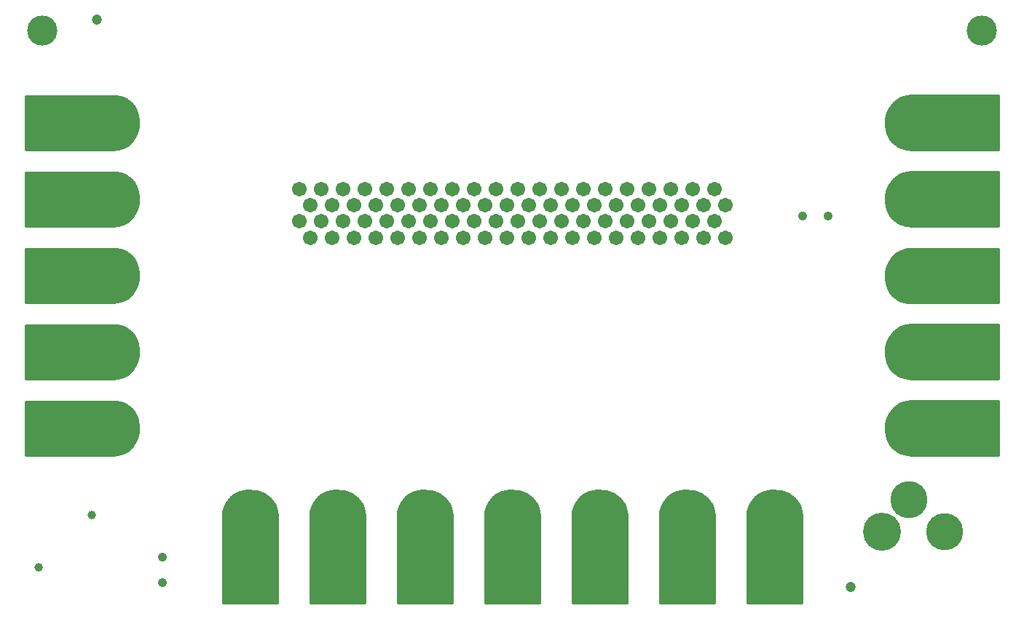
<source format=gbs>
G75*
%MOIN*%
%OFA0B0*%
%FSLAX25Y25*%
%IPPOS*%
%LPD*%
%AMOC8*
5,1,8,0,0,1.08239X$1,22.5*
%
%ADD10C,0.04737*%
%ADD11C,0.06706*%
%ADD12C,0.20800*%
%ADD13C,0.01000*%
%ADD14C,0.03950*%
%ADD15C,0.04146*%
%ADD16C,0.17398*%
%ADD17C,0.17000*%
%ADD18C,0.13800*%
D10*
X0417595Y0316900D03*
X0072595Y0576900D03*
D11*
X0165096Y0499341D03*
X0170096Y0491861D03*
X0175096Y0499341D03*
X0180096Y0491861D03*
X0185096Y0499341D03*
X0190096Y0491861D03*
X0195096Y0499341D03*
X0200096Y0491861D03*
X0205096Y0499341D03*
X0210096Y0491861D03*
X0215096Y0499341D03*
X0220096Y0491861D03*
X0225096Y0499341D03*
X0230096Y0491861D03*
X0235096Y0499341D03*
X0240096Y0491861D03*
X0245096Y0499341D03*
X0250096Y0491861D03*
X0255096Y0499341D03*
X0260096Y0491861D03*
X0265096Y0499341D03*
X0270096Y0491861D03*
X0275096Y0499341D03*
X0280096Y0491861D03*
X0285096Y0499341D03*
X0290096Y0491861D03*
X0295096Y0499341D03*
X0300096Y0491861D03*
X0305096Y0499341D03*
X0310096Y0491861D03*
X0315096Y0499341D03*
X0320096Y0491861D03*
X0325096Y0499341D03*
X0330096Y0491861D03*
X0335096Y0499341D03*
X0340096Y0491861D03*
X0345096Y0499341D03*
X0350096Y0491861D03*
X0355096Y0499341D03*
X0360096Y0491861D03*
X0355096Y0484380D03*
X0360096Y0476900D03*
X0350096Y0476900D03*
X0345096Y0484380D03*
X0340096Y0476900D03*
X0335096Y0484380D03*
X0330096Y0476900D03*
X0325096Y0484380D03*
X0320096Y0476900D03*
X0315096Y0484380D03*
X0310096Y0476900D03*
X0305096Y0484380D03*
X0300096Y0476900D03*
X0295096Y0484380D03*
X0290096Y0476900D03*
X0285096Y0484380D03*
X0280096Y0476900D03*
X0275096Y0484380D03*
X0270096Y0476900D03*
X0265096Y0484380D03*
X0260096Y0476900D03*
X0255096Y0484380D03*
X0250096Y0476900D03*
X0245096Y0484380D03*
X0240096Y0476900D03*
X0235096Y0484380D03*
X0230096Y0476900D03*
X0225096Y0484380D03*
X0220096Y0476900D03*
X0215096Y0484380D03*
X0210096Y0476900D03*
X0205096Y0484380D03*
X0200096Y0476900D03*
X0195096Y0484380D03*
X0190096Y0476900D03*
X0185096Y0484380D03*
X0180096Y0476900D03*
X0175096Y0484380D03*
X0170096Y0476900D03*
X0165096Y0484380D03*
D12*
X0079116Y0494636D03*
X0056116Y0494636D03*
X0056116Y0459636D03*
X0079116Y0459636D03*
X0079116Y0424636D03*
X0056116Y0424636D03*
X0056116Y0389636D03*
X0079116Y0389636D03*
X0142616Y0348636D03*
X0142616Y0325636D03*
X0182616Y0325636D03*
X0182616Y0348636D03*
X0222616Y0348636D03*
X0222616Y0325636D03*
X0262616Y0325636D03*
X0262616Y0348636D03*
X0302616Y0348636D03*
X0302616Y0325636D03*
X0342616Y0325636D03*
X0342616Y0348636D03*
X0382616Y0348636D03*
X0382616Y0325636D03*
X0446116Y0389636D03*
X0469116Y0389636D03*
X0469116Y0424636D03*
X0446116Y0424636D03*
X0446096Y0459400D03*
X0469096Y0459400D03*
X0469116Y0494636D03*
X0446116Y0494636D03*
X0446116Y0529636D03*
X0469116Y0529636D03*
X0079116Y0529636D03*
X0056116Y0529636D03*
D13*
X0130316Y0349436D02*
X0130316Y0309436D01*
X0155116Y0309436D01*
X0155116Y0349836D01*
X0130331Y0349836D01*
X0130316Y0349436D02*
X0130376Y0351036D01*
X0130662Y0352610D01*
X0131168Y0354129D01*
X0131884Y0355560D01*
X0132795Y0356876D01*
X0133884Y0358050D01*
X0135127Y0359057D01*
X0136501Y0359879D01*
X0137977Y0360498D01*
X0139525Y0360902D01*
X0141116Y0361082D01*
X0142716Y0361036D01*
X0144401Y0361002D01*
X0146064Y0360727D01*
X0147672Y0360219D01*
X0149190Y0359487D01*
X0150590Y0358547D01*
X0151841Y0357417D01*
X0152918Y0356121D01*
X0153800Y0354684D01*
X0154469Y0353136D01*
X0154910Y0351509D01*
X0155116Y0349836D01*
X0155116Y0348837D02*
X0130316Y0348837D01*
X0130316Y0347839D02*
X0155116Y0347839D01*
X0155116Y0346840D02*
X0130316Y0346840D01*
X0130316Y0345842D02*
X0155116Y0345842D01*
X0155116Y0344843D02*
X0130316Y0344843D01*
X0130316Y0343845D02*
X0155116Y0343845D01*
X0155116Y0342846D02*
X0130316Y0342846D01*
X0130316Y0341848D02*
X0155116Y0341848D01*
X0155116Y0340849D02*
X0130316Y0340849D01*
X0130316Y0339851D02*
X0155116Y0339851D01*
X0155116Y0338852D02*
X0130316Y0338852D01*
X0130316Y0337854D02*
X0155116Y0337854D01*
X0155116Y0336855D02*
X0130316Y0336855D01*
X0130316Y0335857D02*
X0155116Y0335857D01*
X0155116Y0334858D02*
X0130316Y0334858D01*
X0130316Y0333860D02*
X0155116Y0333860D01*
X0155116Y0332861D02*
X0130316Y0332861D01*
X0130316Y0331863D02*
X0155116Y0331863D01*
X0155116Y0330864D02*
X0130316Y0330864D01*
X0130316Y0329866D02*
X0155116Y0329866D01*
X0155116Y0328867D02*
X0130316Y0328867D01*
X0130316Y0327869D02*
X0155116Y0327869D01*
X0155116Y0326870D02*
X0130316Y0326870D01*
X0130316Y0325872D02*
X0155116Y0325872D01*
X0155116Y0324873D02*
X0130316Y0324873D01*
X0130316Y0323875D02*
X0155116Y0323875D01*
X0155116Y0322876D02*
X0130316Y0322876D01*
X0130316Y0321878D02*
X0155116Y0321878D01*
X0155116Y0320879D02*
X0130316Y0320879D01*
X0130316Y0319881D02*
X0155116Y0319881D01*
X0155116Y0318882D02*
X0130316Y0318882D01*
X0130316Y0317884D02*
X0155116Y0317884D01*
X0155116Y0316885D02*
X0130316Y0316885D01*
X0130316Y0315887D02*
X0155116Y0315887D01*
X0155116Y0314888D02*
X0130316Y0314888D01*
X0130316Y0313890D02*
X0155116Y0313890D01*
X0155116Y0312891D02*
X0130316Y0312891D01*
X0130316Y0311893D02*
X0155116Y0311893D01*
X0155116Y0310894D02*
X0130316Y0310894D01*
X0130316Y0309896D02*
X0155116Y0309896D01*
X0170316Y0309896D02*
X0195116Y0309896D01*
X0195116Y0309436D02*
X0195116Y0349836D01*
X0170331Y0349836D01*
X0170316Y0349436D02*
X0170376Y0351036D01*
X0170662Y0352610D01*
X0171168Y0354129D01*
X0171884Y0355560D01*
X0172795Y0356876D01*
X0173884Y0358050D01*
X0175127Y0359057D01*
X0176501Y0359879D01*
X0177977Y0360498D01*
X0179525Y0360902D01*
X0181116Y0361082D01*
X0182716Y0361036D01*
X0184401Y0361002D01*
X0186064Y0360727D01*
X0187672Y0360219D01*
X0189190Y0359487D01*
X0190590Y0358547D01*
X0191841Y0357417D01*
X0192918Y0356121D01*
X0193800Y0354684D01*
X0194469Y0353136D01*
X0194910Y0351509D01*
X0195116Y0349836D01*
X0195116Y0348837D02*
X0170316Y0348837D01*
X0170316Y0349436D02*
X0170316Y0309436D01*
X0195116Y0309436D01*
X0195116Y0310894D02*
X0170316Y0310894D01*
X0170316Y0311893D02*
X0195116Y0311893D01*
X0195116Y0312891D02*
X0170316Y0312891D01*
X0170316Y0313890D02*
X0195116Y0313890D01*
X0195116Y0314888D02*
X0170316Y0314888D01*
X0170316Y0315887D02*
X0195116Y0315887D01*
X0195116Y0316885D02*
X0170316Y0316885D01*
X0170316Y0317884D02*
X0195116Y0317884D01*
X0195116Y0318882D02*
X0170316Y0318882D01*
X0170316Y0319881D02*
X0195116Y0319881D01*
X0195116Y0320879D02*
X0170316Y0320879D01*
X0170316Y0321878D02*
X0195116Y0321878D01*
X0195116Y0322876D02*
X0170316Y0322876D01*
X0170316Y0323875D02*
X0195116Y0323875D01*
X0195116Y0324873D02*
X0170316Y0324873D01*
X0170316Y0325872D02*
X0195116Y0325872D01*
X0195116Y0326870D02*
X0170316Y0326870D01*
X0170316Y0327869D02*
X0195116Y0327869D01*
X0195116Y0328867D02*
X0170316Y0328867D01*
X0170316Y0329866D02*
X0195116Y0329866D01*
X0195116Y0330864D02*
X0170316Y0330864D01*
X0170316Y0331863D02*
X0195116Y0331863D01*
X0195116Y0332861D02*
X0170316Y0332861D01*
X0170316Y0333860D02*
X0195116Y0333860D01*
X0195116Y0334858D02*
X0170316Y0334858D01*
X0170316Y0335857D02*
X0195116Y0335857D01*
X0195116Y0336855D02*
X0170316Y0336855D01*
X0170316Y0337854D02*
X0195116Y0337854D01*
X0195116Y0338852D02*
X0170316Y0338852D01*
X0170316Y0339851D02*
X0195116Y0339851D01*
X0195116Y0340849D02*
X0170316Y0340849D01*
X0170316Y0341848D02*
X0195116Y0341848D01*
X0195116Y0342846D02*
X0170316Y0342846D01*
X0170316Y0343845D02*
X0195116Y0343845D01*
X0195116Y0344843D02*
X0170316Y0344843D01*
X0170316Y0345842D02*
X0195116Y0345842D01*
X0195116Y0346840D02*
X0170316Y0346840D01*
X0170316Y0347839D02*
X0195116Y0347839D01*
X0194993Y0350834D02*
X0170368Y0350834D01*
X0170521Y0351833D02*
X0194822Y0351833D01*
X0194551Y0352832D02*
X0170736Y0352832D01*
X0171069Y0353830D02*
X0194169Y0353830D01*
X0193711Y0354829D02*
X0171518Y0354829D01*
X0172069Y0355827D02*
X0193098Y0355827D01*
X0192332Y0356826D02*
X0172761Y0356826D01*
X0173675Y0357824D02*
X0191390Y0357824D01*
X0190179Y0358823D02*
X0174838Y0358823D01*
X0176404Y0359821D02*
X0188498Y0359821D01*
X0185504Y0360820D02*
X0179210Y0360820D01*
X0154551Y0352832D02*
X0130736Y0352832D01*
X0130521Y0351833D02*
X0154822Y0351833D01*
X0154993Y0350834D02*
X0130368Y0350834D01*
X0131069Y0353830D02*
X0154169Y0353830D01*
X0153711Y0354829D02*
X0131518Y0354829D01*
X0132069Y0355827D02*
X0153098Y0355827D01*
X0152332Y0356826D02*
X0132761Y0356826D01*
X0133675Y0357824D02*
X0151390Y0357824D01*
X0150179Y0358823D02*
X0134838Y0358823D01*
X0136404Y0359821D02*
X0148498Y0359821D01*
X0145504Y0360820D02*
X0139210Y0360820D01*
X0091207Y0386187D02*
X0091481Y0387851D01*
X0091516Y0389536D01*
X0091562Y0391136D01*
X0091381Y0392726D01*
X0090977Y0394275D01*
X0090358Y0395751D01*
X0089537Y0397125D01*
X0088529Y0398368D01*
X0087355Y0399456D01*
X0086040Y0400368D01*
X0084608Y0401084D01*
X0083090Y0401590D01*
X0081515Y0401876D01*
X0079916Y0401936D01*
X0039916Y0401936D01*
X0039916Y0377136D01*
X0080316Y0377136D01*
X0081989Y0377342D01*
X0083616Y0377783D01*
X0085163Y0378452D01*
X0086600Y0379334D01*
X0087896Y0380411D01*
X0089026Y0381662D01*
X0089967Y0383061D01*
X0090699Y0384580D01*
X0091207Y0386187D01*
X0091079Y0385782D02*
X0039916Y0385782D01*
X0039916Y0384784D02*
X0090763Y0384784D01*
X0090316Y0383785D02*
X0039916Y0383785D01*
X0039916Y0382787D02*
X0089782Y0382787D01*
X0089111Y0381788D02*
X0039916Y0381788D01*
X0039916Y0380790D02*
X0088238Y0380790D01*
X0087150Y0379791D02*
X0039916Y0379791D01*
X0039916Y0378793D02*
X0085719Y0378793D01*
X0083641Y0377794D02*
X0039916Y0377794D01*
X0039916Y0386781D02*
X0091305Y0386781D01*
X0091469Y0387779D02*
X0039916Y0387779D01*
X0039916Y0388778D02*
X0091500Y0388778D01*
X0091523Y0389776D02*
X0039916Y0389776D01*
X0039916Y0390775D02*
X0091551Y0390775D01*
X0091489Y0391773D02*
X0039916Y0391773D01*
X0039916Y0392772D02*
X0091369Y0392772D01*
X0091109Y0393770D02*
X0039916Y0393770D01*
X0039916Y0394769D02*
X0090770Y0394769D01*
X0090349Y0395768D02*
X0039916Y0395768D01*
X0039916Y0396766D02*
X0089751Y0396766D01*
X0089018Y0397765D02*
X0039916Y0397765D01*
X0039916Y0398763D02*
X0088103Y0398763D01*
X0086915Y0399762D02*
X0039916Y0399762D01*
X0039916Y0400760D02*
X0085255Y0400760D01*
X0082160Y0401759D02*
X0039916Y0401759D01*
X0039916Y0412136D02*
X0080316Y0412136D01*
X0081989Y0412342D01*
X0083616Y0412783D01*
X0085163Y0413452D01*
X0086600Y0414334D01*
X0087896Y0415411D01*
X0089026Y0416662D01*
X0089967Y0418061D01*
X0090699Y0419580D01*
X0091207Y0421187D01*
X0091481Y0422851D01*
X0091516Y0424536D01*
X0091562Y0426136D01*
X0091381Y0427726D01*
X0090977Y0429275D01*
X0090358Y0430751D01*
X0089537Y0432125D01*
X0088529Y0433368D01*
X0087355Y0434456D01*
X0086040Y0435368D01*
X0084608Y0436084D01*
X0083090Y0436590D01*
X0081515Y0436876D01*
X0079916Y0436936D01*
X0039916Y0436936D01*
X0039916Y0412136D01*
X0039916Y0412742D02*
X0083465Y0412742D01*
X0085634Y0413741D02*
X0039916Y0413741D01*
X0039916Y0414739D02*
X0087088Y0414739D01*
X0088191Y0415738D02*
X0039916Y0415738D01*
X0039916Y0416736D02*
X0089076Y0416736D01*
X0089747Y0417735D02*
X0039916Y0417735D01*
X0039916Y0418733D02*
X0090291Y0418733D01*
X0090746Y0419732D02*
X0039916Y0419732D01*
X0039916Y0420730D02*
X0091062Y0420730D01*
X0091296Y0421729D02*
X0039916Y0421729D01*
X0039916Y0422727D02*
X0091461Y0422727D01*
X0091499Y0423726D02*
X0039916Y0423726D01*
X0039916Y0424724D02*
X0091521Y0424724D01*
X0091550Y0425723D02*
X0039916Y0425723D01*
X0039916Y0426721D02*
X0091495Y0426721D01*
X0091382Y0427720D02*
X0039916Y0427720D01*
X0039916Y0428718D02*
X0091123Y0428718D01*
X0090792Y0429717D02*
X0039916Y0429717D01*
X0039916Y0430715D02*
X0090373Y0430715D01*
X0089782Y0431714D02*
X0039916Y0431714D01*
X0039916Y0432712D02*
X0089060Y0432712D01*
X0088159Y0433711D02*
X0039916Y0433711D01*
X0039916Y0434709D02*
X0086990Y0434709D01*
X0085359Y0435708D02*
X0039916Y0435708D01*
X0039916Y0436706D02*
X0082447Y0436706D01*
X0081989Y0447342D02*
X0080316Y0447136D01*
X0039916Y0447136D01*
X0039916Y0471936D01*
X0079916Y0471936D01*
X0081515Y0471876D01*
X0083090Y0471590D01*
X0084608Y0471084D01*
X0086040Y0470368D01*
X0087355Y0469456D01*
X0088529Y0468368D01*
X0089537Y0467125D01*
X0090358Y0465751D01*
X0090977Y0464275D01*
X0091381Y0462726D01*
X0091562Y0461136D01*
X0091516Y0459536D01*
X0091481Y0457851D01*
X0091207Y0456187D01*
X0090699Y0454580D01*
X0089967Y0453061D01*
X0089026Y0451662D01*
X0087896Y0450411D01*
X0086600Y0449334D01*
X0085163Y0448452D01*
X0083616Y0447783D01*
X0081989Y0447342D01*
X0083273Y0447690D02*
X0039916Y0447690D01*
X0039916Y0448689D02*
X0085549Y0448689D01*
X0087025Y0449687D02*
X0039916Y0449687D01*
X0039916Y0450686D02*
X0088144Y0450686D01*
X0089041Y0451684D02*
X0039916Y0451684D01*
X0039916Y0452683D02*
X0089712Y0452683D01*
X0090265Y0453681D02*
X0039916Y0453681D01*
X0039916Y0454680D02*
X0090730Y0454680D01*
X0091046Y0455678D02*
X0039916Y0455678D01*
X0039916Y0456677D02*
X0091287Y0456677D01*
X0091452Y0457675D02*
X0039916Y0457675D01*
X0039916Y0458674D02*
X0091498Y0458674D01*
X0091520Y0459672D02*
X0039916Y0459672D01*
X0039916Y0460671D02*
X0091548Y0460671D01*
X0091501Y0461669D02*
X0039916Y0461669D01*
X0039916Y0462668D02*
X0091388Y0462668D01*
X0091136Y0463666D02*
X0039916Y0463666D01*
X0039916Y0464665D02*
X0090814Y0464665D01*
X0090395Y0465663D02*
X0039916Y0465663D01*
X0039916Y0466662D02*
X0089814Y0466662D01*
X0089103Y0467660D02*
X0039916Y0467660D01*
X0039916Y0468659D02*
X0088215Y0468659D01*
X0087065Y0469657D02*
X0039916Y0469657D01*
X0039916Y0470656D02*
X0085463Y0470656D01*
X0082734Y0471654D02*
X0039916Y0471654D01*
X0039916Y0482136D02*
X0080316Y0482136D01*
X0081989Y0482342D01*
X0083616Y0482783D01*
X0085163Y0483452D01*
X0086600Y0484334D01*
X0087896Y0485411D01*
X0089026Y0486662D01*
X0089967Y0488061D01*
X0090699Y0489580D01*
X0091207Y0491187D01*
X0091481Y0492851D01*
X0091516Y0494536D01*
X0091562Y0496136D01*
X0091381Y0497726D01*
X0090977Y0499275D01*
X0090358Y0500751D01*
X0089537Y0502125D01*
X0088529Y0503368D01*
X0087355Y0504456D01*
X0086040Y0505368D01*
X0084608Y0506084D01*
X0083090Y0506590D01*
X0081515Y0506876D01*
X0079916Y0506936D01*
X0039916Y0506936D01*
X0039916Y0482136D01*
X0039916Y0482638D02*
X0083081Y0482638D01*
X0085464Y0483637D02*
X0039916Y0483637D01*
X0039916Y0484635D02*
X0086962Y0484635D01*
X0088097Y0485634D02*
X0039916Y0485634D01*
X0039916Y0486632D02*
X0088999Y0486632D01*
X0089677Y0487631D02*
X0039916Y0487631D01*
X0039916Y0488629D02*
X0090240Y0488629D01*
X0090714Y0489628D02*
X0039916Y0489628D01*
X0039916Y0490626D02*
X0091029Y0490626D01*
X0091279Y0491625D02*
X0039916Y0491625D01*
X0039916Y0492623D02*
X0091443Y0492623D01*
X0091497Y0493622D02*
X0039916Y0493622D01*
X0039916Y0494620D02*
X0091518Y0494620D01*
X0091547Y0495619D02*
X0039916Y0495619D01*
X0039916Y0496617D02*
X0091507Y0496617D01*
X0091394Y0497616D02*
X0039916Y0497616D01*
X0039916Y0498614D02*
X0091150Y0498614D01*
X0090836Y0499613D02*
X0039916Y0499613D01*
X0039916Y0500611D02*
X0090417Y0500611D01*
X0089845Y0501610D02*
X0039916Y0501610D01*
X0039916Y0502608D02*
X0089145Y0502608D01*
X0088272Y0503607D02*
X0039916Y0503607D01*
X0039916Y0504605D02*
X0087140Y0504605D01*
X0085568Y0505604D02*
X0039916Y0505604D01*
X0039916Y0506602D02*
X0083020Y0506602D01*
X0081989Y0517342D02*
X0080316Y0517136D01*
X0039916Y0517136D01*
X0039916Y0541936D01*
X0079916Y0541936D01*
X0081515Y0541876D01*
X0083090Y0541590D01*
X0084608Y0541084D01*
X0086040Y0540368D01*
X0087355Y0539456D01*
X0088529Y0538368D01*
X0089537Y0537125D01*
X0090358Y0535751D01*
X0090977Y0534275D01*
X0091381Y0532726D01*
X0091562Y0531136D01*
X0091516Y0529536D01*
X0091481Y0527851D01*
X0091207Y0526187D01*
X0090699Y0524580D01*
X0089967Y0523061D01*
X0089026Y0521662D01*
X0087896Y0520411D01*
X0086600Y0519334D01*
X0085163Y0518452D01*
X0083616Y0517783D01*
X0081989Y0517342D01*
X0082889Y0517586D02*
X0039916Y0517586D01*
X0039916Y0518584D02*
X0085379Y0518584D01*
X0086900Y0519583D02*
X0039916Y0519583D01*
X0039916Y0520581D02*
X0088050Y0520581D01*
X0088952Y0521580D02*
X0039916Y0521580D01*
X0039916Y0522578D02*
X0089642Y0522578D01*
X0090215Y0523577D02*
X0039916Y0523577D01*
X0039916Y0524575D02*
X0090696Y0524575D01*
X0091013Y0525574D02*
X0039916Y0525574D01*
X0039916Y0526572D02*
X0091270Y0526572D01*
X0091435Y0527571D02*
X0039916Y0527571D01*
X0039916Y0528570D02*
X0091496Y0528570D01*
X0091517Y0529568D02*
X0039916Y0529568D01*
X0039916Y0530567D02*
X0091545Y0530567D01*
X0091513Y0531565D02*
X0039916Y0531565D01*
X0039916Y0532564D02*
X0091400Y0532564D01*
X0091163Y0533562D02*
X0039916Y0533562D01*
X0039916Y0534561D02*
X0090858Y0534561D01*
X0090439Y0535559D02*
X0039916Y0535559D01*
X0039916Y0536558D02*
X0089876Y0536558D01*
X0089187Y0537556D02*
X0039916Y0537556D01*
X0039916Y0538555D02*
X0088328Y0538555D01*
X0087216Y0539553D02*
X0039916Y0539553D01*
X0039916Y0540552D02*
X0085672Y0540552D01*
X0083208Y0541550D02*
X0039916Y0541550D01*
X0213884Y0358050D02*
X0215127Y0359057D01*
X0216501Y0359879D01*
X0217977Y0360498D01*
X0219525Y0360902D01*
X0221116Y0361082D01*
X0222716Y0361036D01*
X0224401Y0361002D01*
X0226064Y0360727D01*
X0227672Y0360219D01*
X0229190Y0359487D01*
X0230590Y0358547D01*
X0231841Y0357417D01*
X0232918Y0356121D01*
X0233800Y0354684D01*
X0234469Y0353136D01*
X0234910Y0351509D01*
X0235116Y0349836D01*
X0210331Y0349836D01*
X0210316Y0349436D02*
X0210376Y0351036D01*
X0210662Y0352610D01*
X0211168Y0354129D01*
X0211884Y0355560D01*
X0212795Y0356876D01*
X0213884Y0358050D01*
X0213675Y0357824D02*
X0231390Y0357824D01*
X0232332Y0356826D02*
X0212761Y0356826D01*
X0212069Y0355827D02*
X0233098Y0355827D01*
X0233711Y0354829D02*
X0211518Y0354829D01*
X0211069Y0353830D02*
X0234169Y0353830D01*
X0234551Y0352832D02*
X0210736Y0352832D01*
X0210521Y0351833D02*
X0234822Y0351833D01*
X0234993Y0350834D02*
X0210368Y0350834D01*
X0210316Y0349436D02*
X0210316Y0309436D01*
X0235116Y0309436D01*
X0235116Y0349836D01*
X0235116Y0348837D02*
X0210316Y0348837D01*
X0210316Y0347839D02*
X0235116Y0347839D01*
X0235116Y0346840D02*
X0210316Y0346840D01*
X0210316Y0345842D02*
X0235116Y0345842D01*
X0235116Y0344843D02*
X0210316Y0344843D01*
X0210316Y0343845D02*
X0235116Y0343845D01*
X0235116Y0342846D02*
X0210316Y0342846D01*
X0210316Y0341848D02*
X0235116Y0341848D01*
X0235116Y0340849D02*
X0210316Y0340849D01*
X0210316Y0339851D02*
X0235116Y0339851D01*
X0235116Y0338852D02*
X0210316Y0338852D01*
X0210316Y0337854D02*
X0235116Y0337854D01*
X0235116Y0336855D02*
X0210316Y0336855D01*
X0210316Y0335857D02*
X0235116Y0335857D01*
X0235116Y0334858D02*
X0210316Y0334858D01*
X0210316Y0333860D02*
X0235116Y0333860D01*
X0235116Y0332861D02*
X0210316Y0332861D01*
X0210316Y0331863D02*
X0235116Y0331863D01*
X0235116Y0330864D02*
X0210316Y0330864D01*
X0210316Y0329866D02*
X0235116Y0329866D01*
X0235116Y0328867D02*
X0210316Y0328867D01*
X0210316Y0327869D02*
X0235116Y0327869D01*
X0235116Y0326870D02*
X0210316Y0326870D01*
X0210316Y0325872D02*
X0235116Y0325872D01*
X0235116Y0324873D02*
X0210316Y0324873D01*
X0210316Y0323875D02*
X0235116Y0323875D01*
X0235116Y0322876D02*
X0210316Y0322876D01*
X0210316Y0321878D02*
X0235116Y0321878D01*
X0235116Y0320879D02*
X0210316Y0320879D01*
X0210316Y0319881D02*
X0235116Y0319881D01*
X0235116Y0318882D02*
X0210316Y0318882D01*
X0210316Y0317884D02*
X0235116Y0317884D01*
X0235116Y0316885D02*
X0210316Y0316885D01*
X0210316Y0315887D02*
X0235116Y0315887D01*
X0235116Y0314888D02*
X0210316Y0314888D01*
X0210316Y0313890D02*
X0235116Y0313890D01*
X0235116Y0312891D02*
X0210316Y0312891D01*
X0210316Y0311893D02*
X0235116Y0311893D01*
X0235116Y0310894D02*
X0210316Y0310894D01*
X0210316Y0309896D02*
X0235116Y0309896D01*
X0250316Y0309896D02*
X0275116Y0309896D01*
X0275116Y0309436D02*
X0275116Y0349836D01*
X0250331Y0349836D01*
X0250316Y0349436D02*
X0250376Y0351036D01*
X0250662Y0352610D01*
X0251168Y0354129D01*
X0251884Y0355560D01*
X0252795Y0356876D01*
X0253884Y0358050D01*
X0255127Y0359057D01*
X0256501Y0359879D01*
X0257977Y0360498D01*
X0259525Y0360902D01*
X0261116Y0361082D01*
X0262716Y0361036D01*
X0264401Y0361002D01*
X0266064Y0360727D01*
X0267672Y0360219D01*
X0269190Y0359487D01*
X0270590Y0358547D01*
X0271841Y0357417D01*
X0272918Y0356121D01*
X0273800Y0354684D01*
X0274469Y0353136D01*
X0274910Y0351509D01*
X0275116Y0349836D01*
X0275116Y0348837D02*
X0250316Y0348837D01*
X0250316Y0349436D02*
X0250316Y0309436D01*
X0275116Y0309436D01*
X0275116Y0310894D02*
X0250316Y0310894D01*
X0250316Y0311893D02*
X0275116Y0311893D01*
X0275116Y0312891D02*
X0250316Y0312891D01*
X0250316Y0313890D02*
X0275116Y0313890D01*
X0275116Y0314888D02*
X0250316Y0314888D01*
X0250316Y0315887D02*
X0275116Y0315887D01*
X0275116Y0316885D02*
X0250316Y0316885D01*
X0250316Y0317884D02*
X0275116Y0317884D01*
X0275116Y0318882D02*
X0250316Y0318882D01*
X0250316Y0319881D02*
X0275116Y0319881D01*
X0275116Y0320879D02*
X0250316Y0320879D01*
X0250316Y0321878D02*
X0275116Y0321878D01*
X0275116Y0322876D02*
X0250316Y0322876D01*
X0250316Y0323875D02*
X0275116Y0323875D01*
X0275116Y0324873D02*
X0250316Y0324873D01*
X0250316Y0325872D02*
X0275116Y0325872D01*
X0275116Y0326870D02*
X0250316Y0326870D01*
X0250316Y0327869D02*
X0275116Y0327869D01*
X0275116Y0328867D02*
X0250316Y0328867D01*
X0250316Y0329866D02*
X0275116Y0329866D01*
X0275116Y0330864D02*
X0250316Y0330864D01*
X0250316Y0331863D02*
X0275116Y0331863D01*
X0275116Y0332861D02*
X0250316Y0332861D01*
X0250316Y0333860D02*
X0275116Y0333860D01*
X0275116Y0334858D02*
X0250316Y0334858D01*
X0250316Y0335857D02*
X0275116Y0335857D01*
X0275116Y0336855D02*
X0250316Y0336855D01*
X0250316Y0337854D02*
X0275116Y0337854D01*
X0275116Y0338852D02*
X0250316Y0338852D01*
X0250316Y0339851D02*
X0275116Y0339851D01*
X0275116Y0340849D02*
X0250316Y0340849D01*
X0250316Y0341848D02*
X0275116Y0341848D01*
X0275116Y0342846D02*
X0250316Y0342846D01*
X0250316Y0343845D02*
X0275116Y0343845D01*
X0275116Y0344843D02*
X0250316Y0344843D01*
X0250316Y0345842D02*
X0275116Y0345842D01*
X0275116Y0346840D02*
X0250316Y0346840D01*
X0250316Y0347839D02*
X0275116Y0347839D01*
X0274993Y0350834D02*
X0250368Y0350834D01*
X0250521Y0351833D02*
X0274822Y0351833D01*
X0274551Y0352832D02*
X0250736Y0352832D01*
X0251069Y0353830D02*
X0274169Y0353830D01*
X0273711Y0354829D02*
X0251518Y0354829D01*
X0252069Y0355827D02*
X0273098Y0355827D01*
X0272332Y0356826D02*
X0252761Y0356826D01*
X0253675Y0357824D02*
X0271390Y0357824D01*
X0270179Y0358823D02*
X0254838Y0358823D01*
X0256404Y0359821D02*
X0268498Y0359821D01*
X0265504Y0360820D02*
X0259210Y0360820D01*
X0230179Y0358823D02*
X0214838Y0358823D01*
X0216404Y0359821D02*
X0228498Y0359821D01*
X0225504Y0360820D02*
X0219210Y0360820D01*
X0290376Y0351036D02*
X0290662Y0352610D01*
X0291168Y0354129D01*
X0291884Y0355560D01*
X0292795Y0356876D01*
X0293884Y0358050D01*
X0295127Y0359057D01*
X0296501Y0359879D01*
X0297977Y0360498D01*
X0299525Y0360902D01*
X0301116Y0361082D01*
X0302716Y0361036D01*
X0304401Y0361002D01*
X0306064Y0360727D01*
X0307672Y0360219D01*
X0309190Y0359487D01*
X0310590Y0358547D01*
X0311841Y0357417D01*
X0312918Y0356121D01*
X0313800Y0354684D01*
X0314469Y0353136D01*
X0314910Y0351509D01*
X0315116Y0349836D01*
X0290331Y0349836D01*
X0290316Y0349436D02*
X0290376Y0351036D01*
X0290368Y0350834D02*
X0314993Y0350834D01*
X0315116Y0349836D02*
X0315116Y0309436D01*
X0290316Y0309436D01*
X0290316Y0349436D01*
X0290316Y0348837D02*
X0315116Y0348837D01*
X0315116Y0347839D02*
X0290316Y0347839D01*
X0290316Y0346840D02*
X0315116Y0346840D01*
X0315116Y0345842D02*
X0290316Y0345842D01*
X0290316Y0344843D02*
X0315116Y0344843D01*
X0315116Y0343845D02*
X0290316Y0343845D01*
X0290316Y0342846D02*
X0315116Y0342846D01*
X0315116Y0341848D02*
X0290316Y0341848D01*
X0290316Y0340849D02*
X0315116Y0340849D01*
X0315116Y0339851D02*
X0290316Y0339851D01*
X0290316Y0338852D02*
X0315116Y0338852D01*
X0315116Y0337854D02*
X0290316Y0337854D01*
X0290316Y0336855D02*
X0315116Y0336855D01*
X0315116Y0335857D02*
X0290316Y0335857D01*
X0290316Y0334858D02*
X0315116Y0334858D01*
X0315116Y0333860D02*
X0290316Y0333860D01*
X0290316Y0332861D02*
X0315116Y0332861D01*
X0315116Y0331863D02*
X0290316Y0331863D01*
X0290316Y0330864D02*
X0315116Y0330864D01*
X0315116Y0329866D02*
X0290316Y0329866D01*
X0290316Y0328867D02*
X0315116Y0328867D01*
X0315116Y0327869D02*
X0290316Y0327869D01*
X0290316Y0326870D02*
X0315116Y0326870D01*
X0315116Y0325872D02*
X0290316Y0325872D01*
X0290316Y0324873D02*
X0315116Y0324873D01*
X0315116Y0323875D02*
X0290316Y0323875D01*
X0290316Y0322876D02*
X0315116Y0322876D01*
X0315116Y0321878D02*
X0290316Y0321878D01*
X0290316Y0320879D02*
X0315116Y0320879D01*
X0315116Y0319881D02*
X0290316Y0319881D01*
X0290316Y0318882D02*
X0315116Y0318882D01*
X0315116Y0317884D02*
X0290316Y0317884D01*
X0290316Y0316885D02*
X0315116Y0316885D01*
X0315116Y0315887D02*
X0290316Y0315887D01*
X0290316Y0314888D02*
X0315116Y0314888D01*
X0315116Y0313890D02*
X0290316Y0313890D01*
X0290316Y0312891D02*
X0315116Y0312891D01*
X0315116Y0311893D02*
X0290316Y0311893D01*
X0290316Y0310894D02*
X0315116Y0310894D01*
X0315116Y0309896D02*
X0290316Y0309896D01*
X0290521Y0351833D02*
X0314822Y0351833D01*
X0314551Y0352832D02*
X0290736Y0352832D01*
X0291069Y0353830D02*
X0314169Y0353830D01*
X0313711Y0354829D02*
X0291518Y0354829D01*
X0292069Y0355827D02*
X0313098Y0355827D01*
X0312332Y0356826D02*
X0292761Y0356826D01*
X0293675Y0357824D02*
X0311390Y0357824D01*
X0310179Y0358823D02*
X0294838Y0358823D01*
X0296404Y0359821D02*
X0308498Y0359821D01*
X0305504Y0360820D02*
X0299210Y0360820D01*
X0330662Y0352610D02*
X0331168Y0354129D01*
X0331884Y0355560D01*
X0332795Y0356876D01*
X0333884Y0358050D01*
X0335127Y0359057D01*
X0336501Y0359879D01*
X0337977Y0360498D01*
X0339525Y0360902D01*
X0341116Y0361082D01*
X0342716Y0361036D01*
X0344401Y0361002D01*
X0346064Y0360727D01*
X0347672Y0360219D01*
X0349190Y0359487D01*
X0350590Y0358547D01*
X0351841Y0357417D01*
X0352918Y0356121D01*
X0353800Y0354684D01*
X0354469Y0353136D01*
X0354910Y0351509D01*
X0355116Y0349836D01*
X0330331Y0349836D01*
X0330316Y0349436D02*
X0330376Y0351036D01*
X0330662Y0352610D01*
X0330736Y0352832D02*
X0354551Y0352832D01*
X0354822Y0351833D02*
X0330521Y0351833D01*
X0330368Y0350834D02*
X0354993Y0350834D01*
X0355116Y0349836D02*
X0355116Y0309436D01*
X0330316Y0309436D01*
X0330316Y0349436D01*
X0330316Y0348837D02*
X0355116Y0348837D01*
X0355116Y0347839D02*
X0330316Y0347839D01*
X0330316Y0346840D02*
X0355116Y0346840D01*
X0355116Y0345842D02*
X0330316Y0345842D01*
X0330316Y0344843D02*
X0355116Y0344843D01*
X0355116Y0343845D02*
X0330316Y0343845D01*
X0330316Y0342846D02*
X0355116Y0342846D01*
X0355116Y0341848D02*
X0330316Y0341848D01*
X0330316Y0340849D02*
X0355116Y0340849D01*
X0355116Y0339851D02*
X0330316Y0339851D01*
X0330316Y0338852D02*
X0355116Y0338852D01*
X0355116Y0337854D02*
X0330316Y0337854D01*
X0330316Y0336855D02*
X0355116Y0336855D01*
X0355116Y0335857D02*
X0330316Y0335857D01*
X0330316Y0334858D02*
X0355116Y0334858D01*
X0355116Y0333860D02*
X0330316Y0333860D01*
X0330316Y0332861D02*
X0355116Y0332861D01*
X0355116Y0331863D02*
X0330316Y0331863D01*
X0330316Y0330864D02*
X0355116Y0330864D01*
X0355116Y0329866D02*
X0330316Y0329866D01*
X0330316Y0328867D02*
X0355116Y0328867D01*
X0355116Y0327869D02*
X0330316Y0327869D01*
X0330316Y0326870D02*
X0355116Y0326870D01*
X0355116Y0325872D02*
X0330316Y0325872D01*
X0330316Y0324873D02*
X0355116Y0324873D01*
X0355116Y0323875D02*
X0330316Y0323875D01*
X0330316Y0322876D02*
X0355116Y0322876D01*
X0355116Y0321878D02*
X0330316Y0321878D01*
X0330316Y0320879D02*
X0355116Y0320879D01*
X0355116Y0319881D02*
X0330316Y0319881D01*
X0330316Y0318882D02*
X0355116Y0318882D01*
X0355116Y0317884D02*
X0330316Y0317884D01*
X0330316Y0316885D02*
X0355116Y0316885D01*
X0355116Y0315887D02*
X0330316Y0315887D01*
X0330316Y0314888D02*
X0355116Y0314888D01*
X0355116Y0313890D02*
X0330316Y0313890D01*
X0330316Y0312891D02*
X0355116Y0312891D01*
X0355116Y0311893D02*
X0330316Y0311893D01*
X0330316Y0310894D02*
X0355116Y0310894D01*
X0355116Y0309896D02*
X0330316Y0309896D01*
X0331069Y0353830D02*
X0354169Y0353830D01*
X0353711Y0354829D02*
X0331518Y0354829D01*
X0332069Y0355827D02*
X0353098Y0355827D01*
X0352332Y0356826D02*
X0332761Y0356826D01*
X0333675Y0357824D02*
X0351390Y0357824D01*
X0350179Y0358823D02*
X0334838Y0358823D01*
X0336404Y0359821D02*
X0348498Y0359821D01*
X0345504Y0360820D02*
X0339210Y0360820D01*
X0370662Y0352610D02*
X0371168Y0354129D01*
X0371884Y0355560D01*
X0372795Y0356876D01*
X0373884Y0358050D01*
X0375127Y0359057D01*
X0376501Y0359879D01*
X0377977Y0360498D01*
X0379525Y0360902D01*
X0381116Y0361082D01*
X0382716Y0361036D01*
X0384401Y0361002D01*
X0386064Y0360727D01*
X0387672Y0360219D01*
X0389190Y0359487D01*
X0390590Y0358547D01*
X0391841Y0357417D01*
X0392918Y0356121D01*
X0393800Y0354684D01*
X0394469Y0353136D01*
X0394910Y0351509D01*
X0395116Y0349836D01*
X0370331Y0349836D01*
X0370316Y0349436D02*
X0370376Y0351036D01*
X0370662Y0352610D01*
X0370736Y0352832D02*
X0394551Y0352832D01*
X0394822Y0351833D02*
X0370521Y0351833D01*
X0370368Y0350834D02*
X0394993Y0350834D01*
X0395116Y0349836D02*
X0395116Y0309436D01*
X0370316Y0309436D01*
X0370316Y0349436D01*
X0370316Y0348837D02*
X0395116Y0348837D01*
X0395116Y0347839D02*
X0370316Y0347839D01*
X0370316Y0346840D02*
X0395116Y0346840D01*
X0395116Y0345842D02*
X0370316Y0345842D01*
X0370316Y0344843D02*
X0395116Y0344843D01*
X0395116Y0343845D02*
X0370316Y0343845D01*
X0370316Y0342846D02*
X0395116Y0342846D01*
X0395116Y0341848D02*
X0370316Y0341848D01*
X0370316Y0340849D02*
X0395116Y0340849D01*
X0395116Y0339851D02*
X0370316Y0339851D01*
X0370316Y0338852D02*
X0395116Y0338852D01*
X0395116Y0337854D02*
X0370316Y0337854D01*
X0370316Y0336855D02*
X0395116Y0336855D01*
X0395116Y0335857D02*
X0370316Y0335857D01*
X0370316Y0334858D02*
X0395116Y0334858D01*
X0395116Y0333860D02*
X0370316Y0333860D01*
X0370316Y0332861D02*
X0395116Y0332861D01*
X0395116Y0331863D02*
X0370316Y0331863D01*
X0370316Y0330864D02*
X0395116Y0330864D01*
X0395116Y0329866D02*
X0370316Y0329866D01*
X0370316Y0328867D02*
X0395116Y0328867D01*
X0395116Y0327869D02*
X0370316Y0327869D01*
X0370316Y0326870D02*
X0395116Y0326870D01*
X0395116Y0325872D02*
X0370316Y0325872D01*
X0370316Y0324873D02*
X0395116Y0324873D01*
X0395116Y0323875D02*
X0370316Y0323875D01*
X0370316Y0322876D02*
X0395116Y0322876D01*
X0395116Y0321878D02*
X0370316Y0321878D01*
X0370316Y0320879D02*
X0395116Y0320879D01*
X0395116Y0319881D02*
X0370316Y0319881D01*
X0370316Y0318882D02*
X0395116Y0318882D01*
X0395116Y0317884D02*
X0370316Y0317884D01*
X0370316Y0316885D02*
X0395116Y0316885D01*
X0395116Y0315887D02*
X0370316Y0315887D01*
X0370316Y0314888D02*
X0395116Y0314888D01*
X0395116Y0313890D02*
X0370316Y0313890D01*
X0370316Y0312891D02*
X0395116Y0312891D01*
X0395116Y0311893D02*
X0370316Y0311893D01*
X0370316Y0310894D02*
X0395116Y0310894D01*
X0395116Y0309896D02*
X0370316Y0309896D01*
X0371069Y0353830D02*
X0394169Y0353830D01*
X0393711Y0354829D02*
X0371518Y0354829D01*
X0372069Y0355827D02*
X0393098Y0355827D01*
X0392332Y0356826D02*
X0372761Y0356826D01*
X0373675Y0357824D02*
X0391390Y0357824D01*
X0390179Y0358823D02*
X0374838Y0358823D01*
X0376404Y0359821D02*
X0388498Y0359821D01*
X0385504Y0360820D02*
X0379210Y0360820D01*
X0434873Y0383521D02*
X0434254Y0384997D01*
X0433850Y0386546D01*
X0433669Y0388136D01*
X0433716Y0389736D01*
X0433750Y0391422D01*
X0434025Y0393085D01*
X0434533Y0394692D01*
X0435264Y0396211D01*
X0436205Y0397610D01*
X0437335Y0398861D01*
X0438631Y0399939D01*
X0440068Y0400821D01*
X0441615Y0401489D01*
X0443242Y0401931D01*
X0444916Y0402136D01*
X0485316Y0402136D01*
X0485316Y0377336D01*
X0445316Y0377336D01*
X0443716Y0377397D01*
X0442141Y0377683D01*
X0440623Y0378189D01*
X0439192Y0378905D01*
X0437876Y0379816D01*
X0436702Y0380904D01*
X0435695Y0382148D01*
X0434873Y0383521D01*
X0434762Y0383785D02*
X0485316Y0383785D01*
X0485316Y0382787D02*
X0435312Y0382787D01*
X0435986Y0381788D02*
X0485316Y0381788D01*
X0485316Y0380790D02*
X0436826Y0380790D01*
X0437912Y0379791D02*
X0485316Y0379791D01*
X0485316Y0378793D02*
X0439415Y0378793D01*
X0441807Y0377794D02*
X0485316Y0377794D01*
X0485316Y0384784D02*
X0434343Y0384784D01*
X0434049Y0385782D02*
X0485316Y0385782D01*
X0485316Y0386781D02*
X0433823Y0386781D01*
X0433710Y0387779D02*
X0485316Y0387779D01*
X0485316Y0388778D02*
X0433688Y0388778D01*
X0433716Y0389776D02*
X0485316Y0389776D01*
X0485316Y0390775D02*
X0433737Y0390775D01*
X0433808Y0391773D02*
X0485316Y0391773D01*
X0485316Y0392772D02*
X0433973Y0392772D01*
X0434241Y0393770D02*
X0485316Y0393770D01*
X0485316Y0394769D02*
X0434570Y0394769D01*
X0435051Y0395768D02*
X0485316Y0395768D01*
X0485316Y0396766D02*
X0435637Y0396766D01*
X0436344Y0397765D02*
X0485316Y0397765D01*
X0485316Y0398763D02*
X0437246Y0398763D01*
X0438418Y0399762D02*
X0485316Y0399762D01*
X0485316Y0400760D02*
X0439969Y0400760D01*
X0442608Y0401759D02*
X0485316Y0401759D01*
X0485316Y0412336D02*
X0445316Y0412336D01*
X0443716Y0412397D01*
X0442141Y0412683D01*
X0440623Y0413189D01*
X0439192Y0413905D01*
X0437876Y0414816D01*
X0436702Y0415904D01*
X0435695Y0417148D01*
X0434873Y0418521D01*
X0434254Y0419997D01*
X0433850Y0421546D01*
X0433669Y0423136D01*
X0433716Y0424736D01*
X0433750Y0426422D01*
X0434025Y0428085D01*
X0434533Y0429692D01*
X0435264Y0431211D01*
X0436205Y0432610D01*
X0437335Y0433861D01*
X0438631Y0434939D01*
X0440068Y0435821D01*
X0441615Y0436489D01*
X0443242Y0436931D01*
X0444916Y0437136D01*
X0485316Y0437136D01*
X0485316Y0412336D01*
X0485316Y0412742D02*
X0441963Y0412742D01*
X0439520Y0413741D02*
X0485316Y0413741D01*
X0485316Y0414739D02*
X0437987Y0414739D01*
X0436882Y0415738D02*
X0485316Y0415738D01*
X0485316Y0416736D02*
X0436028Y0416736D01*
X0435343Y0417735D02*
X0485316Y0417735D01*
X0485316Y0418733D02*
X0434784Y0418733D01*
X0434365Y0419732D02*
X0485316Y0419732D01*
X0485316Y0420730D02*
X0434063Y0420730D01*
X0433829Y0421729D02*
X0485316Y0421729D01*
X0485316Y0422727D02*
X0433716Y0422727D01*
X0433686Y0423726D02*
X0485316Y0423726D01*
X0485316Y0424724D02*
X0433715Y0424724D01*
X0433736Y0425723D02*
X0485316Y0425723D01*
X0485316Y0426721D02*
X0433800Y0426721D01*
X0433964Y0427720D02*
X0485316Y0427720D01*
X0485316Y0428718D02*
X0434225Y0428718D01*
X0434545Y0429717D02*
X0485316Y0429717D01*
X0485316Y0430715D02*
X0435026Y0430715D01*
X0435602Y0431714D02*
X0485316Y0431714D01*
X0485316Y0432712D02*
X0436297Y0432712D01*
X0437199Y0433711D02*
X0485316Y0433711D01*
X0485316Y0434709D02*
X0438356Y0434709D01*
X0439884Y0435708D02*
X0485316Y0435708D01*
X0485316Y0436706D02*
X0442416Y0436706D01*
X0443697Y0447160D02*
X0442122Y0447447D01*
X0440603Y0447953D01*
X0439172Y0448669D01*
X0437856Y0449580D01*
X0436683Y0450668D01*
X0435675Y0451912D01*
X0434853Y0453285D01*
X0434234Y0454761D01*
X0433830Y0456310D01*
X0433650Y0457900D01*
X0433696Y0459500D01*
X0433731Y0461185D01*
X0434005Y0462849D01*
X0434513Y0464456D01*
X0435245Y0465975D01*
X0436185Y0467374D01*
X0437315Y0468625D01*
X0438612Y0469702D01*
X0440048Y0470584D01*
X0441596Y0471253D01*
X0443223Y0471695D01*
X0444896Y0471900D01*
X0485296Y0471900D01*
X0485296Y0447100D01*
X0445296Y0447100D01*
X0443697Y0447160D01*
X0441391Y0447690D02*
X0485296Y0447690D01*
X0485296Y0448689D02*
X0439143Y0448689D01*
X0437740Y0449687D02*
X0485296Y0449687D01*
X0485296Y0450686D02*
X0436668Y0450686D01*
X0435859Y0451684D02*
X0485296Y0451684D01*
X0485296Y0452683D02*
X0435214Y0452683D01*
X0434687Y0453681D02*
X0485296Y0453681D01*
X0485296Y0454680D02*
X0434268Y0454680D01*
X0433995Y0455678D02*
X0485296Y0455678D01*
X0485296Y0456677D02*
X0433789Y0456677D01*
X0433675Y0457675D02*
X0485296Y0457675D01*
X0485296Y0458674D02*
X0433672Y0458674D01*
X0433699Y0459672D02*
X0485296Y0459672D01*
X0485296Y0460671D02*
X0433720Y0460671D01*
X0433810Y0461669D02*
X0485296Y0461669D01*
X0485296Y0462668D02*
X0433975Y0462668D01*
X0434263Y0463666D02*
X0485296Y0463666D01*
X0485296Y0464665D02*
X0434614Y0464665D01*
X0435095Y0465663D02*
X0485296Y0465663D01*
X0485296Y0466662D02*
X0435707Y0466662D01*
X0436444Y0467660D02*
X0485296Y0467660D01*
X0485296Y0468659D02*
X0437356Y0468659D01*
X0438557Y0469657D02*
X0485296Y0469657D01*
X0485296Y0470656D02*
X0440214Y0470656D01*
X0443075Y0471654D02*
X0485296Y0471654D01*
X0485316Y0482336D02*
X0445316Y0482336D01*
X0443716Y0482397D01*
X0442141Y0482683D01*
X0440623Y0483189D01*
X0439192Y0483905D01*
X0437876Y0484816D01*
X0436702Y0485904D01*
X0435695Y0487148D01*
X0434873Y0488521D01*
X0434254Y0489997D01*
X0433850Y0491546D01*
X0433669Y0493136D01*
X0433716Y0494736D01*
X0433750Y0496422D01*
X0434025Y0498085D01*
X0434533Y0499692D01*
X0435264Y0501211D01*
X0436205Y0502610D01*
X0437335Y0503861D01*
X0438631Y0504939D01*
X0440068Y0505821D01*
X0441615Y0506489D01*
X0443242Y0506931D01*
X0444916Y0507136D01*
X0485316Y0507136D01*
X0485316Y0482336D01*
X0485316Y0482638D02*
X0442388Y0482638D01*
X0439728Y0483637D02*
X0485316Y0483637D01*
X0485316Y0484635D02*
X0438137Y0484635D01*
X0436994Y0485634D02*
X0485316Y0485634D01*
X0485316Y0486632D02*
X0436113Y0486632D01*
X0435406Y0487631D02*
X0485316Y0487631D01*
X0485316Y0488629D02*
X0434828Y0488629D01*
X0434409Y0489628D02*
X0485316Y0489628D01*
X0485316Y0490626D02*
X0434090Y0490626D01*
X0433841Y0491625D02*
X0485316Y0491625D01*
X0485316Y0492623D02*
X0433728Y0492623D01*
X0433683Y0493622D02*
X0485316Y0493622D01*
X0485316Y0494620D02*
X0433712Y0494620D01*
X0433734Y0495619D02*
X0485316Y0495619D01*
X0485316Y0496617D02*
X0433783Y0496617D01*
X0433947Y0497616D02*
X0485316Y0497616D01*
X0485316Y0498614D02*
X0434192Y0498614D01*
X0434508Y0499613D02*
X0485316Y0499613D01*
X0485316Y0500611D02*
X0434975Y0500611D01*
X0435532Y0501610D02*
X0485316Y0501610D01*
X0485316Y0502608D02*
X0436204Y0502608D01*
X0437105Y0503607D02*
X0485316Y0503607D01*
X0485316Y0504605D02*
X0438230Y0504605D01*
X0439715Y0505604D02*
X0485316Y0505604D01*
X0485316Y0506602D02*
X0442032Y0506602D01*
X0443716Y0517397D02*
X0442141Y0517683D01*
X0440623Y0518189D01*
X0439192Y0518905D01*
X0437876Y0519816D01*
X0436702Y0520904D01*
X0435695Y0522148D01*
X0434873Y0523521D01*
X0434254Y0524997D01*
X0433850Y0526546D01*
X0433669Y0528136D01*
X0433716Y0529736D01*
X0433750Y0531422D01*
X0434025Y0533085D01*
X0434533Y0534692D01*
X0435264Y0536211D01*
X0436205Y0537610D01*
X0437335Y0538861D01*
X0438631Y0539939D01*
X0440068Y0540821D01*
X0441615Y0541489D01*
X0443242Y0541931D01*
X0444916Y0542136D01*
X0485316Y0542136D01*
X0485316Y0517336D01*
X0445316Y0517336D01*
X0443716Y0517397D01*
X0442675Y0517586D02*
X0485316Y0517586D01*
X0485316Y0518584D02*
X0439832Y0518584D01*
X0438212Y0519583D02*
X0485316Y0519583D01*
X0485316Y0520581D02*
X0437051Y0520581D01*
X0436155Y0521580D02*
X0485316Y0521580D01*
X0485316Y0522578D02*
X0435437Y0522578D01*
X0434850Y0523577D02*
X0485316Y0523577D01*
X0485316Y0524575D02*
X0434431Y0524575D01*
X0434104Y0525574D02*
X0485316Y0525574D01*
X0485316Y0526572D02*
X0433847Y0526572D01*
X0433734Y0527571D02*
X0485316Y0527571D01*
X0485316Y0528570D02*
X0433682Y0528570D01*
X0433711Y0529568D02*
X0485316Y0529568D01*
X0485316Y0530567D02*
X0433733Y0530567D01*
X0433774Y0531565D02*
X0485316Y0531565D01*
X0485316Y0532564D02*
X0433939Y0532564D01*
X0434175Y0533562D02*
X0485316Y0533562D01*
X0485316Y0534561D02*
X0434491Y0534561D01*
X0434950Y0535559D02*
X0485316Y0535559D01*
X0485316Y0536558D02*
X0435497Y0536558D01*
X0436169Y0537556D02*
X0485316Y0537556D01*
X0485316Y0538555D02*
X0437058Y0538555D01*
X0438167Y0539553D02*
X0485316Y0539553D01*
X0485316Y0540552D02*
X0439630Y0540552D01*
X0441840Y0541550D02*
X0485316Y0541550D01*
D14*
X0070224Y0349991D03*
X0046011Y0325778D03*
D15*
X0102616Y0330542D03*
X0102616Y0318731D03*
X0395440Y0486900D03*
X0407251Y0486900D03*
D16*
X0431780Y0342091D03*
D17*
X0444291Y0356900D03*
X0460602Y0342191D03*
D18*
X0477595Y0571900D03*
X0047595Y0571900D03*
M02*

</source>
